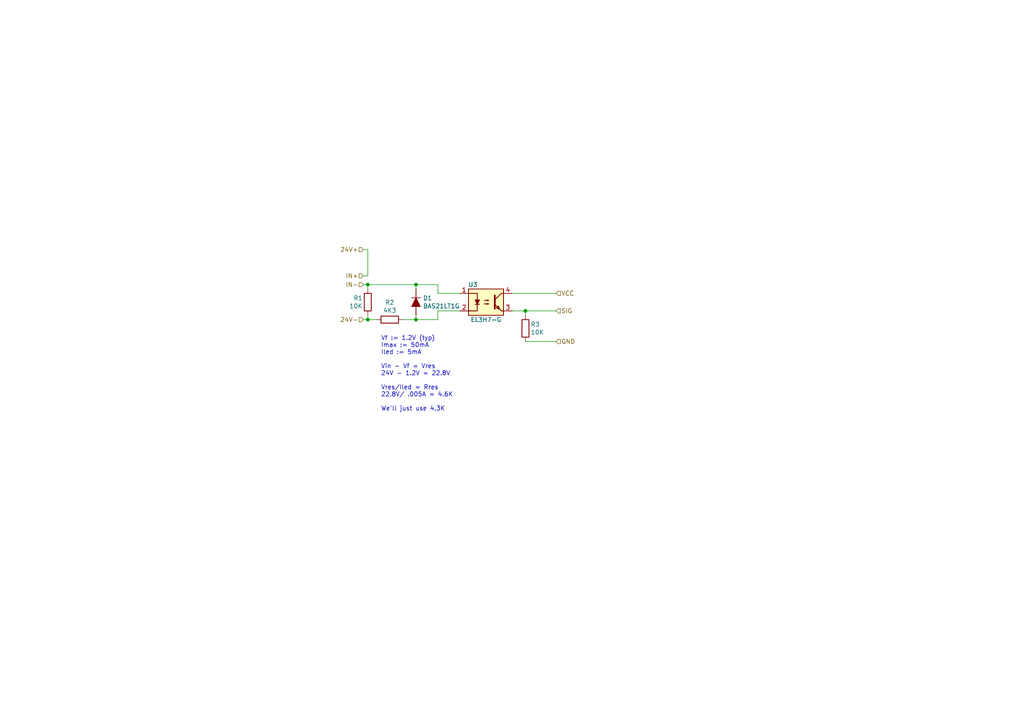
<source format=kicad_sch>
(kicad_sch (version 20211123) (generator eeschema)
  (paper "A4")
  (lib_symbols
    (symbol "Device:R" (pin_numbers hide) (pin_names (offset 0))
      (property "Reference" "R" (at 2.032 0 90))
      (property "Value" "R" (at 0 0 90))
      (symbol "R_0_1"
        (rectangle (start -1.016 -2.54) (end 1.016 2.54) (stroke (width 0.254)))
      )
      (symbol "R_1_1"
        (pin passive line (at 0 3.81 270) (length 1.27) (name "~") (number "1"))
        (pin passive line (at 0 -3.81 90) (length 1.27) (name "~") (number "2"))
      )
    )
    (symbol "william_diodes:BAS21LT1G" (pin_numbers hide) (pin_names (offset 0) hide)
      (property "Reference" "D" (at -1.27 3.81 0))
      (property "Value" "william_diodes_BAS21LT1G" (at 0 -2.54 0))
      (symbol "BAS21LT1G_1_1"
        (polyline (pts (xy -1.27 1.27) (xy -1.27 -1.27)) (stroke (width 0.2032)))
        (polyline (pts (xy 1.27 0) (xy -1.27 0)))
        (polyline (pts (xy 1.27 1.27) (xy 1.27 -1.27) (xy -1.27 0) (xy 1.27 1.27)) (stroke (width 0.2032)) (fill (type outline)))
        (pin passive line (at 3.81 0 180) (length 2.54) (name "~") (number "1"))
        (pin no_connect line (at -1.27 -2.54 90) (length 2.54) hide (name "NC") (number "2"))
        (pin passive line (at -3.81 0 0) (length 2.54) (name "~") (number "3"))
      )
    )
    (symbol "william_optoisolators:EL3H7-G" (pin_names (offset 1.016))
      (property "Reference" "U" (at -3.81 5.08 0))
      (property "Value" "william_optoisolators_EL3H7-G" (at -1.27 -5.08 0))
      (symbol "EL3H7-G_1_1"
        (rectangle (start -5.08 3.81) (end 5.08 -3.81) (stroke (width 0.254)) (fill (type background)))
        (polyline (pts (xy -3.175 -0.635) (xy -1.905 -0.635)) (stroke (width 0.254)))
        (polyline (pts (xy 2.54 1.905) (xy 2.54 -1.905) (xy 2.54 -1.905)) (stroke (width 0.508)))
        (polyline (pts (xy 5.08 -2.54) (xy 4.445 -2.54) (xy 2.54 -0.635)) (stroke (width 0.254)))
        (polyline (pts (xy 5.08 2.54) (xy 4.445 2.54) (xy 2.54 0.635)) (stroke (width 0.254)))
        (polyline (pts (xy -5.08 -2.54) (xy -2.54 -2.54) (xy -2.54 2.54) (xy -5.08 2.54)) (stroke (width 0.254)))
        (polyline (pts (xy -2.54 -0.635) (xy -3.175 0.635) (xy -1.905 0.635) (xy -2.54 -0.635)) (stroke (width 0.254)) (fill (type outline)))
        (polyline (pts (xy -0.508 -0.508) (xy 0.762 -0.508) (xy 0.381 -0.635) (xy 0.381 -0.381) (xy 0.762 -0.508)) (stroke (width 0.254)))
        (polyline (pts (xy -0.508 0.508) (xy 0.762 0.508) (xy 0.381 0.381) (xy 0.381 0.635) (xy 0.762 0.508)) (stroke (width 0.254)))
        (polyline (pts (xy 3.048 -1.651) (xy 3.556 -1.143) (xy 4.064 -2.159) (xy 3.048 -1.651) (xy 3.048 -1.651)) (stroke (width 0.254)) (fill (type outline)))
        (pin passive line (at -7.62 2.54 0) (length 2.54) (name "~") (number "1"))
        (pin passive line (at -7.62 -2.54 0) (length 2.54) (name "~") (number "2"))
        (pin passive line (at 7.62 -2.54 180) (length 2.54) (name "~") (number "3"))
        (pin passive line (at 7.62 2.54 180) (length 2.54) (name "~") (number "4"))
      )
    )
  )
  (junction (at 106.68 92.71))
  (junction (at 120.65 82.55))
  (junction (at 152.4 90.17))
  (junction (at 120.65 92.71))
  (junction (at 106.68 82.55))
  (wire (pts (xy 106.68 83.82) (xy 106.68 82.55)))
  (wire (pts (xy 152.4 99.06) (xy 161.29 99.06)))
  (wire (pts (xy 148.59 85.09) (xy 161.29 85.09)))
  (wire (pts (xy 152.4 90.17) (xy 161.29 90.17)))
  (wire (pts (xy 120.65 82.55) (xy 127 82.55)))
  (wire (pts (xy 120.65 82.55) (xy 120.65 83.82)))
  (wire (pts (xy 148.59 90.17) (xy 152.4 90.17)))
  (wire (pts (xy 105.41 82.55) (xy 106.68 82.55)))
  (wire (pts (xy 105.41 92.71) (xy 106.68 92.71)))
  (wire (pts (xy 105.41 80.01) (xy 106.68 80.01)))
  (wire (pts (xy 105.41 72.39) (xy 106.68 72.39)))
  (wire (pts (xy 152.4 91.44) (xy 152.4 90.17)))
  (wire (pts (xy 127 92.71) (xy 127 90.17)))
  (wire (pts (xy 106.68 72.39) (xy 106.68 80.01)))
  (wire (pts (xy 120.65 92.71) (xy 116.84 92.71)))
  (wire (pts (xy 127 92.71) (xy 120.65 92.71)))
  (wire (pts (xy 106.68 92.71) (xy 109.22 92.71)))
  (wire (pts (xy 106.68 91.44) (xy 106.68 92.71)))
  (wire (pts (xy 120.65 91.44) (xy 120.65 92.71)))
  (wire (pts (xy 127 82.55) (xy 127 85.09)))
  (wire (pts (xy 133.35 85.09) (xy 127 85.09)))
  (wire (pts (xy 106.68 82.55) (xy 120.65 82.55)))
  (wire (pts (xy 127 90.17) (xy 133.35 90.17)))
  (text "Vf := 1.2V (typ)\nImax := 50mA\nIled := 5mA\n\nVin - Vf = Vres\n24V - 1.2V = 22.8V\n\nVres/Iled = Rres\n22.8V/ .005A = 4.6K\n\nWe'll just use 4.3K" (at 110.49 119.38 0) (effects (font (size 1.27 1.27)) (justify left bottom)))
  (hierarchical_label "IN-" (shape input) (at 105.41 82.55 180))
  (hierarchical_label "VCC" (shape input) (at 161.29 85.09 0))
  (hierarchical_label "24V-" (shape input) (at 105.41 92.71 180))
  (hierarchical_label "SIG" (shape input) (at 161.29 90.17 0))
  (hierarchical_label "24V+" (shape input) (at 105.41 72.39 180))
  (hierarchical_label "IN+" (shape input) (at 105.41 80.01 180))
  (hierarchical_label "GND" (shape input) (at 161.29 99.06 0))
  (symbol (lib_id "Device:R") (at 113.03 92.71 270) (unit 1)
    (property "Reference" "R2" (at 113.03 87.7316 90))
    (property "Value" "4K3" (at 113.03 90.043 90))
    (property "Footprint" "Resistor_SMD:R_0603_1608Metric" (effects hide))
  )
  (symbol (lib_id "Device:R") (at 106.68 87.63 0) (unit 1)
    (property "Reference" "R1" (at 105.1814 86.4616 0) (effects (justify right)))
    (property "Value" "10K" (at 105.1814 88.773 0) (effects (justify right)))
    (property "Footprint" "Resistor_SMD:R_0603_1608Metric" (effects hide))
  )
  (symbol (lib_id "william_diodes:BAS21LT1G") (at 120.65 87.63 270) (unit 1)
    (property "Reference" "D1" (at 122.6566 86.4616 90) (effects (justify left)))
    (property "Value" "BAS21LT1G" (at 122.6566 88.773 90) (effects (justify left)))
    (property "Footprint" "Package_TO_SOT_SMD:SOT-23" (effects hide))
  )
  (symbol (lib_id "Device:R") (at 152.4 95.25 0) (unit 1)
    (property "Reference" "R3" (at 153.8986 94.0816 0) (effects (justify left)))
    (property "Value" "10K" (at 153.8986 96.393 0) (effects (justify left)))
    (property "Footprint" "Resistor_SMD:R_0603_1608Metric" (effects hide))
  )
  (symbol (lib_id "william_optoisolators:EL3H7-G") (at 140.97 87.63 0) (unit 1)
    (property "Reference" "U3" (at 137.16 82.55 0))
    (property "Value" "EL3H7-G" (at 140.97 92.71 0))
    (property "Footprint" "Package_SO:SOP-4_4.4x2.6mm_P1.27mm" (effects hide))
  )
)
</source>
